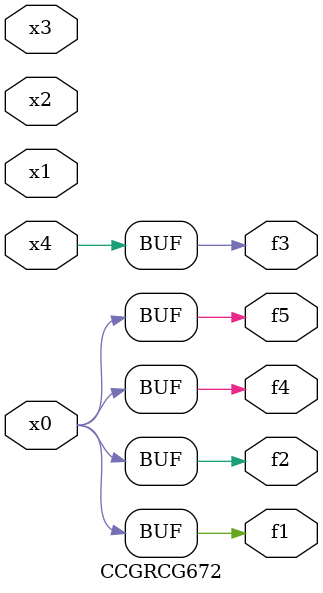
<source format=v>
module CCGRCG672(
	input x0, x1, x2, x3, x4,
	output f1, f2, f3, f4, f5
);
	assign f1 = x0;
	assign f2 = x0;
	assign f3 = x4;
	assign f4 = x0;
	assign f5 = x0;
endmodule

</source>
